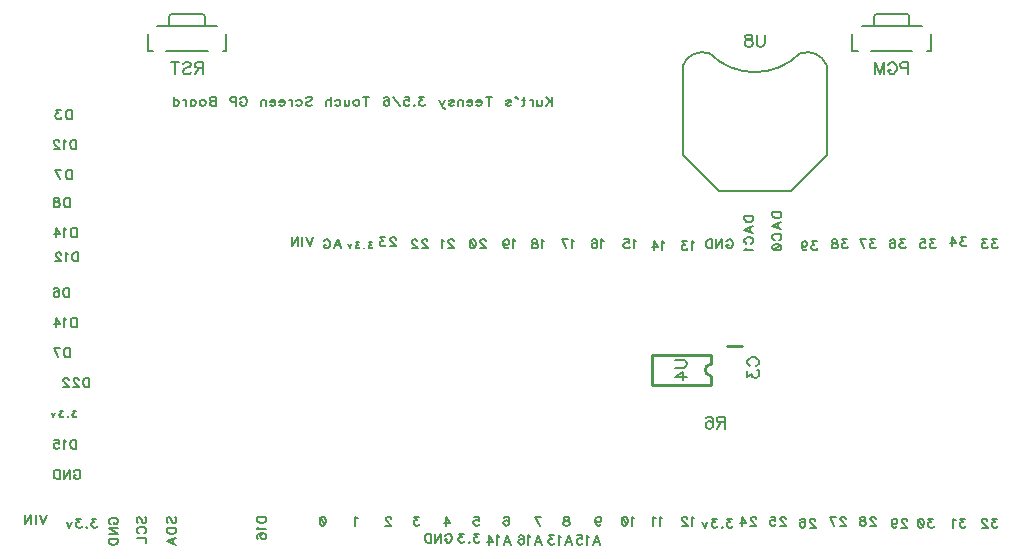
<source format=gbo>
G04 DipTrace 3.2.0.1*
G04 Teensy3.6TouchDisplayLoRaV03.gbo*
%MOIN*%
G04 #@! TF.FileFunction,Legend,Bot*
G04 #@! TF.Part,Single*
%ADD10C,0.009843*%
%ADD41C,0.005*%
%ADD116C,0.006176*%
%ADD117C,0.007*%
%FSLAX26Y26*%
G04*
G70*
G90*
G75*
G01*
G04 BotSilk*
%LPD*%
X2844272Y1247462D2*
D10*
X2793130D1*
X3243711Y2313703D2*
D41*
X3443712D1*
X3474946Y2288698D2*
Y2232456D1*
X3462446D1*
X3412446D2*
X3274977D1*
X3284699Y2315702D2*
Y2345705D1*
G02X3294712Y2355701I10011J-16D01*
G01*
X3392711D1*
G02X3402724Y2345705I2J-10012D01*
G01*
Y2315702D1*
X3231211Y2232456D2*
X3212477D1*
Y2288698D1*
X894877Y2313703D2*
X1094879D1*
X1126113Y2288698D2*
Y2232456D1*
X1113613D1*
X1063613D2*
X926144D1*
X935866Y2315702D2*
Y2345705D1*
G02X945879Y2355701I10011J-16D01*
G01*
X1043877D1*
G02X1053890Y2345705I2J-10012D01*
G01*
Y2315702D1*
X882377Y2232456D2*
X863643D1*
Y2288698D1*
X2742128Y1117513D2*
D10*
X2545274D1*
X2742128Y1219889D2*
X2545274D1*
Y1117513D2*
Y1219889D1*
X2742128Y1149007D2*
Y1117513D1*
Y1188395D2*
Y1219889D1*
Y1149007D2*
G02X2742128Y1188395I9J19694D01*
G01*
X3127459Y2183672D2*
D41*
G03X3037435Y2223692I-65029J-25019D01*
G01*
X2737479D2*
G03X2647455Y2183672I-24995J-65039D01*
G01*
Y1883706D1*
X2767487Y1763692D1*
X3007427D1*
X3127459Y1883706D1*
Y2183672D1*
X2737479Y2223692D2*
G03X3037435Y2223692I149978J149899D01*
G01*
X2871346Y1181811D2*
D116*
X2867544Y1183712D1*
X2863697Y1187559D1*
X2861796Y1191361D1*
Y1199011D1*
X2863697Y1202857D1*
X2867544Y1206660D1*
X2871346Y1208605D1*
X2877094Y1210507D1*
X2886689D1*
X2892393Y1208605D1*
X2896240Y1206660D1*
X2900042Y1202857D1*
X2901988Y1199010D1*
Y1191361D1*
X2900042Y1187559D1*
X2896240Y1183712D1*
X2892393Y1181811D1*
X2861840Y1165613D2*
Y1144610D1*
X2877138Y1156062D1*
Y1150314D1*
X2879040Y1146511D1*
X2880941Y1144610D1*
X2886689Y1142665D1*
X2890491D1*
X2896239Y1144610D1*
X2900086Y1148413D1*
X2901988Y1154161D1*
Y1159909D1*
X2900086Y1165612D1*
X2898141Y1167514D1*
X2894338Y1169459D1*
X3399107Y2174087D2*
X3381863D1*
X3376159Y2175989D1*
X3374213Y2177934D1*
X3372312Y2181737D1*
Y2187485D1*
X3374213Y2191287D1*
X3376159Y2193233D1*
X3381863Y2195134D1*
X3399107D1*
Y2154942D1*
X3331265Y2185583D2*
X3333166Y2189386D1*
X3337013Y2193233D1*
X3340815Y2195134D1*
X3348465D1*
X3352311Y2193233D1*
X3356114Y2189386D1*
X3358059Y2185583D1*
X3359961Y2179835D1*
Y2170241D1*
X3358059Y2164537D1*
X3356114Y2160690D1*
X3352311Y2156888D1*
X3348465Y2154942D1*
X3340815D1*
X3337013Y2156888D1*
X3333166Y2160690D1*
X3331265Y2164537D1*
Y2170241D1*
X3340815D1*
X3288316Y2154942D2*
Y2195134D1*
X3303615Y2154942D1*
X3318913Y2195134D1*
Y2154942D1*
X2787856Y993856D2*
X2770656D1*
X2764908Y995801D1*
X2762963Y997703D1*
X2761061Y1001505D1*
Y1005352D1*
X2762963Y1009154D1*
X2764908Y1011100D1*
X2770656Y1013001D1*
X2787856D1*
Y972809D1*
X2774459Y993856D2*
X2761061Y972809D1*
X2725762Y1007253D2*
X2727663Y1011056D1*
X2733411Y1012957D1*
X2737214D1*
X2742962Y1011056D1*
X2746809Y1005308D1*
X2748710Y995757D1*
Y986207D1*
X2746809Y978557D1*
X2742962Y974711D1*
X2737214Y972809D1*
X2735313D1*
X2729609Y974711D1*
X2725762Y978557D1*
X2723861Y984305D1*
Y986207D1*
X2725762Y991955D1*
X2729609Y995757D1*
X2735313Y997658D1*
X2737214D1*
X2742962Y995757D1*
X2746809Y991955D1*
X2748710Y986207D1*
X1047422Y2175989D2*
X1030222D1*
X1024474Y2177934D1*
X1022528Y2179835D1*
X1020627Y2183638D1*
Y2187485D1*
X1022528Y2191287D1*
X1024474Y2193233D1*
X1030222Y2195134D1*
X1047422D1*
Y2154942D1*
X1034024Y2175989D2*
X1020627Y2154942D1*
X981481Y2189386D2*
X985283Y2193233D1*
X991031Y2195134D1*
X998681D1*
X1004429Y2193233D1*
X1008276Y2189386D1*
Y2185583D1*
X1006330Y2181737D1*
X1004429Y2179835D1*
X1000626Y2177934D1*
X989130Y2174087D1*
X985283Y2172186D1*
X983382Y2170241D1*
X981481Y2166438D1*
Y2160690D1*
X985283Y2156888D1*
X991031Y2154942D1*
X998681D1*
X1004429Y2156888D1*
X1008276Y2160690D1*
X955732Y2195134D2*
Y2154942D1*
X969129Y2195134D2*
X942335D1*
X2621195Y1202622D2*
X2649891D1*
X2655639Y1200721D1*
X2659442Y1196874D1*
X2661387Y1191126D1*
Y1187323D1*
X2659442Y1181575D1*
X2655639Y1177729D1*
X2649891Y1175827D1*
X2621195D1*
X2661387Y1144331D2*
X2621239D1*
X2647990Y1163476D1*
Y1134780D1*
X2920405Y2286908D2*
Y2258212D1*
X2918504Y2252464D1*
X2914657Y2248661D1*
X2908909Y2246716D1*
X2905107D1*
X2899359Y2248661D1*
X2895512Y2252464D1*
X2893610Y2258212D1*
Y2286908D1*
X2871709Y2286864D2*
X2877412Y2284962D1*
X2879358Y2281160D1*
Y2277313D1*
X2877412Y2273511D1*
X2873610Y2271565D1*
X2865960Y2269664D1*
X2860212Y2267763D1*
X2856410Y2263916D1*
X2854509Y2260113D1*
Y2254365D1*
X2856410Y2250563D1*
X2858311Y2248617D1*
X2864059Y2246716D1*
X2871709D1*
X2877412Y2248617D1*
X2879358Y2250563D1*
X2881259Y2254365D1*
Y2260113D1*
X2879358Y2263916D1*
X2875511Y2267763D1*
X2869807Y2269664D1*
X2862158Y2271565D1*
X2858311Y2273511D1*
X2856410Y2277313D1*
Y2281160D1*
X2858311Y2284962D1*
X2864059Y2286864D1*
X2871709D1*
X2212059Y2079414D2*
D117*
Y2049270D1*
X2191963Y2079414D2*
X2212059Y2059318D1*
X2204896Y2066514D2*
X2191963Y2049270D1*
X2177963Y2069366D2*
Y2055007D1*
X2176537Y2050729D1*
X2173652Y2049270D1*
X2169341D1*
X2166489Y2050729D1*
X2162178Y2055007D1*
Y2069366D2*
Y2049270D1*
X2148178Y2069366D2*
Y2049270D1*
Y2060744D2*
X2146719Y2065055D1*
X2143867Y2067940D1*
X2140982Y2069366D1*
X2136671D1*
X2118360Y2079414D2*
Y2055007D1*
X2116934Y2050729D1*
X2114049Y2049270D1*
X2111197D1*
X2122671Y2069366D2*
X2112623D1*
X2090001Y2079381D2*
X2097197Y2070759D1*
X2088575Y2077955D1*
X2090001Y2079381D1*
X2058790Y2065055D2*
X2060216Y2067940D1*
X2064527Y2069366D1*
X2068838D1*
X2073149Y2067940D1*
X2074575Y2065055D1*
X2073149Y2062203D1*
X2070264Y2060744D1*
X2063101Y2059318D1*
X2060216Y2057892D1*
X2058790Y2055007D1*
Y2053581D1*
X2060216Y2050729D1*
X2064527Y2049270D1*
X2068838D1*
X2073149Y2050729D1*
X2074575Y2053581D1*
X2000845Y2079414D2*
Y2049270D1*
X2010893Y2079414D2*
X1990797D1*
X1976797Y2060744D2*
X1959586D1*
Y2063629D1*
X1961012Y2066514D1*
X1962438Y2067940D1*
X1965323Y2069366D1*
X1969634D1*
X1972486Y2067940D1*
X1975371Y2065055D1*
X1976797Y2060744D1*
Y2057892D1*
X1975371Y2053581D1*
X1972486Y2050729D1*
X1969634Y2049270D1*
X1965323D1*
X1962438Y2050729D1*
X1959586Y2053581D1*
X1945586Y2060744D2*
X1928375D1*
Y2063629D1*
X1929801Y2066514D1*
X1931227Y2067940D1*
X1934112Y2069366D1*
X1938423D1*
X1941275Y2067940D1*
X1944160Y2065055D1*
X1945586Y2060744D1*
Y2057892D1*
X1944160Y2053581D1*
X1941275Y2050729D1*
X1938423Y2049270D1*
X1934112D1*
X1931227Y2050729D1*
X1928375Y2053581D1*
X1914375Y2069366D2*
Y2049270D1*
Y2063629D2*
X1910064Y2067940D1*
X1907179Y2069366D1*
X1902901D1*
X1900016Y2067940D1*
X1898590Y2063629D1*
Y2049270D1*
X1868805Y2065055D2*
X1870231Y2067940D1*
X1874542Y2069366D1*
X1878853D1*
X1883164Y2067940D1*
X1884590Y2065055D1*
X1883164Y2062203D1*
X1880279Y2060744D1*
X1873116Y2059318D1*
X1870231Y2057892D1*
X1868805Y2055007D1*
Y2053581D1*
X1870231Y2050729D1*
X1874542Y2049270D1*
X1878853D1*
X1883164Y2050729D1*
X1884590Y2053581D1*
X1853346Y2069366D2*
X1844757Y2049270D1*
X1847609Y2043533D1*
X1850494Y2040648D1*
X1853346Y2039222D1*
X1854805D1*
X1836135Y2069366D2*
X1844757Y2049270D1*
X1785353Y2079381D2*
X1769601D1*
X1778190Y2067907D1*
X1773879D1*
X1771027Y2066481D1*
X1769601Y2065055D1*
X1768142Y2060744D1*
Y2057892D1*
X1769601Y2053581D1*
X1772453Y2050696D1*
X1776764Y2049270D1*
X1781075D1*
X1785353Y2050696D1*
X1786779Y2052155D1*
X1788238Y2055007D1*
X1752716Y2052155D2*
X1754142Y2050696D1*
X1752716Y2049270D1*
X1751257Y2050696D1*
X1752716Y2052155D1*
X1720046Y2079381D2*
X1734372D1*
X1735798Y2066481D1*
X1734372Y2067907D1*
X1730061Y2069366D1*
X1725783D1*
X1721472Y2067907D1*
X1718587Y2065055D1*
X1717161Y2060744D1*
Y2057892D1*
X1718587Y2053581D1*
X1721472Y2050696D1*
X1725783Y2049270D1*
X1730061D1*
X1734372Y2050696D1*
X1735798Y2052155D1*
X1737257Y2055007D1*
X1703161Y2049270D2*
X1683065Y2079381D1*
X1651854Y2075103D2*
X1653280Y2077955D1*
X1657591Y2079381D1*
X1660443D1*
X1664754Y2077955D1*
X1667639Y2073644D1*
X1669065Y2066481D1*
Y2059318D1*
X1667639Y2053581D1*
X1664754Y2050696D1*
X1660443Y2049270D1*
X1659017D1*
X1654739Y2050696D1*
X1651854Y2053581D1*
X1650428Y2057892D1*
Y2059318D1*
X1651854Y2063629D1*
X1654739Y2066481D1*
X1659017Y2067907D1*
X1660443D1*
X1664754Y2066481D1*
X1667639Y2063629D1*
X1669065Y2059318D1*
X1592483Y2079414D2*
Y2049270D1*
X1602531Y2079414D2*
X1582435D1*
X1561272Y2069366D2*
X1564124Y2067940D1*
X1567009Y2065055D1*
X1568435Y2060744D1*
Y2057892D1*
X1567009Y2053581D1*
X1564124Y2050729D1*
X1561272Y2049270D1*
X1556961D1*
X1554076Y2050729D1*
X1551224Y2053581D1*
X1549765Y2057892D1*
Y2060744D1*
X1551224Y2065055D1*
X1554076Y2067940D1*
X1556961Y2069366D1*
X1561272D1*
X1535765D2*
Y2055007D1*
X1534339Y2050729D1*
X1531454Y2049270D1*
X1527143D1*
X1524291Y2050729D1*
X1519980Y2055007D1*
Y2069366D2*
Y2049270D1*
X1488736Y2065055D2*
X1491621Y2067940D1*
X1494506Y2069366D1*
X1498784D1*
X1501669Y2067940D1*
X1504521Y2065055D1*
X1505980Y2060744D1*
Y2057892D1*
X1504521Y2053581D1*
X1501669Y2050729D1*
X1498784Y2049270D1*
X1494506D1*
X1491621Y2050729D1*
X1488736Y2053581D1*
X1474736Y2079414D2*
Y2049270D1*
Y2063629D2*
X1470425Y2067940D1*
X1467540Y2069366D1*
X1463229D1*
X1460377Y2067940D1*
X1458951Y2063629D1*
Y2049270D1*
X1390958Y2075103D2*
X1393810Y2077988D1*
X1398121Y2079414D1*
X1403858D1*
X1408169Y2077988D1*
X1411054Y2075103D1*
Y2072251D1*
X1409595Y2069366D1*
X1408169Y2067940D1*
X1405317Y2066514D1*
X1396695Y2063629D1*
X1393810Y2062203D1*
X1392384Y2060744D1*
X1390958Y2057892D1*
Y2053581D1*
X1393810Y2050729D1*
X1398121Y2049270D1*
X1403858D1*
X1408169Y2050729D1*
X1411054Y2053581D1*
X1359714Y2065055D2*
X1362599Y2067940D1*
X1365484Y2069366D1*
X1369762D1*
X1372647Y2067940D1*
X1375499Y2065055D1*
X1376958Y2060744D1*
Y2057892D1*
X1375499Y2053581D1*
X1372647Y2050729D1*
X1369762Y2049270D1*
X1365484D1*
X1362599Y2050729D1*
X1359714Y2053581D1*
X1345714Y2069366D2*
Y2049270D1*
Y2060744D2*
X1344255Y2065055D1*
X1341403Y2067940D1*
X1338518Y2069366D1*
X1334207D1*
X1320207Y2060744D2*
X1302996D1*
Y2063629D1*
X1304422Y2066514D1*
X1305847Y2067940D1*
X1308733Y2069366D1*
X1313044D1*
X1315895Y2067940D1*
X1318781Y2065055D1*
X1320207Y2060744D1*
Y2057892D1*
X1318781Y2053581D1*
X1315895Y2050729D1*
X1313044Y2049270D1*
X1308733D1*
X1305847Y2050729D1*
X1302996Y2053581D1*
X1288996Y2060744D2*
X1271785D1*
Y2063629D1*
X1273211Y2066514D1*
X1274637Y2067940D1*
X1277522Y2069366D1*
X1281833D1*
X1284685Y2067940D1*
X1287570Y2065055D1*
X1288996Y2060744D1*
Y2057892D1*
X1287570Y2053581D1*
X1284685Y2050729D1*
X1281833Y2049270D1*
X1277522D1*
X1274637Y2050729D1*
X1271785Y2053581D1*
X1257785Y2069366D2*
Y2049270D1*
Y2063629D2*
X1253474Y2067940D1*
X1250589Y2069366D1*
X1246311D1*
X1243426Y2067940D1*
X1242000Y2063629D1*
Y2049270D1*
X1172581Y2072251D2*
X1174007Y2075103D1*
X1176892Y2077988D1*
X1179744Y2079414D1*
X1185481D1*
X1188366Y2077988D1*
X1191218Y2075103D1*
X1192677Y2072251D1*
X1194103Y2067940D1*
Y2060744D1*
X1192677Y2056466D1*
X1191218Y2053581D1*
X1188366Y2050729D1*
X1185481Y2049270D1*
X1179744D1*
X1176892Y2050729D1*
X1174007Y2053581D1*
X1172581Y2056466D1*
Y2060744D1*
X1179744D1*
X1158581Y2063629D2*
X1145648D1*
X1141370Y2065055D1*
X1139911Y2066514D1*
X1138485Y2069366D1*
Y2073677D1*
X1139911Y2076529D1*
X1141370Y2077988D1*
X1145648Y2079414D1*
X1158581D1*
Y2049270D1*
X1090588Y2079414D2*
Y2049270D1*
X1077655D1*
X1073344Y2050729D1*
X1071918Y2052155D1*
X1070492Y2055007D1*
Y2059318D1*
X1071918Y2062203D1*
X1073344Y2063629D1*
X1077655Y2065055D1*
X1073344Y2066514D1*
X1071918Y2067940D1*
X1070492Y2070792D1*
Y2073677D1*
X1071918Y2076529D1*
X1073344Y2077988D1*
X1077655Y2079414D1*
X1090588D1*
Y2065055D2*
X1077655D1*
X1049329Y2069366D2*
X1052181Y2067940D1*
X1055066Y2065055D1*
X1056492Y2060744D1*
Y2057892D1*
X1055066Y2053581D1*
X1052181Y2050729D1*
X1049329Y2049270D1*
X1045018D1*
X1042133Y2050729D1*
X1039281Y2053581D1*
X1037822Y2057892D1*
Y2060744D1*
X1039281Y2065055D1*
X1042133Y2067940D1*
X1045018Y2069366D1*
X1049329D1*
X1006611D2*
Y2049270D1*
Y2065055D2*
X1009463Y2067940D1*
X1012348Y2069366D1*
X1016625D1*
X1019511Y2067940D1*
X1022362Y2065055D1*
X1023822Y2060744D1*
Y2057892D1*
X1022362Y2053581D1*
X1019511Y2050729D1*
X1016625Y2049270D1*
X1012348D1*
X1009463Y2050729D1*
X1006611Y2053581D1*
X992611Y2069366D2*
Y2049270D1*
Y2060744D2*
X991152Y2065055D1*
X988300Y2067940D1*
X985415Y2069366D1*
X981104D1*
X949893Y2079414D2*
Y2049270D1*
Y2065055D2*
X952745Y2067940D1*
X955630Y2069366D1*
X959941D1*
X962793Y2067940D1*
X965678Y2065055D1*
X967104Y2060744D1*
Y2057892D1*
X965678Y2053581D1*
X962793Y2050729D1*
X959941Y2049270D1*
X955630D1*
X952745Y2050729D1*
X949893Y2053581D1*
X1448815Y679528D2*
X1453126Y678102D1*
X1456011Y673791D1*
X1457437Y666628D1*
Y662317D1*
X1456011Y655154D1*
X1453126Y650843D1*
X1448815Y649417D1*
X1445963D1*
X1441652Y650843D1*
X1438801Y655154D1*
X1437341Y662317D1*
Y666628D1*
X1438801Y673791D1*
X1441652Y678102D1*
X1445963Y679528D1*
X1448815D1*
X1438801Y673791D2*
X1456011Y655154D1*
X1563275Y673791D2*
X1560390Y675250D1*
X1556079Y679528D1*
Y649417D1*
X1674705Y672365D2*
Y673791D1*
X1673279Y676676D1*
X1671853Y678102D1*
X1668968Y679528D1*
X1663231D1*
X1660379Y678102D1*
X1658954Y676676D1*
X1657494Y673791D1*
Y670939D1*
X1658954Y668054D1*
X1661805Y663776D1*
X1676164Y649417D1*
X1656068D1*
X1767020Y679528D2*
X1751268D1*
X1759857Y668054D1*
X1755546D1*
X1752694Y666628D1*
X1751268Y665202D1*
X1749809Y660891D1*
Y658039D1*
X1751268Y653728D1*
X1754120Y650843D1*
X1758431Y649417D1*
X1762742D1*
X1767020Y650843D1*
X1768445Y652302D1*
X1769905Y655154D1*
X1856961Y649417D2*
Y679528D1*
X1871320Y659465D1*
X1849798D1*
X1952673Y679528D2*
X1966999D1*
X1968425Y666628D1*
X1966999Y668054D1*
X1962688Y669513D1*
X1958410D1*
X1954099Y668054D1*
X1951214Y665202D1*
X1949788Y660891D1*
Y658039D1*
X1951214Y653728D1*
X1954099Y650843D1*
X1958410Y649417D1*
X1962688D1*
X1966999Y650843D1*
X1968425Y652302D1*
X1969884Y655154D1*
X2051203Y675250D2*
X2052629Y678102D1*
X2056940Y679528D1*
X2059792D1*
X2064103Y678102D1*
X2066988Y673791D1*
X2068414Y666628D1*
Y659465D1*
X2066988Y653728D1*
X2064103Y650843D1*
X2059792Y649417D1*
X2058366D1*
X2054088Y650843D1*
X2051203Y653728D1*
X2049777Y658039D1*
Y659465D1*
X2051203Y663776D1*
X2054088Y666628D1*
X2058366Y668054D1*
X2059792D1*
X2064103Y666628D1*
X2066988Y663776D1*
X2068414Y659465D1*
X2170375Y649417D2*
X2156016Y679528D1*
X2176112D1*
X2262656D2*
X2266934Y678102D1*
X2268393Y675250D1*
Y672365D1*
X2266934Y669513D1*
X2264082Y668054D1*
X2258345Y666628D1*
X2254034Y665202D1*
X2251182Y662317D1*
X2249756Y659465D1*
Y655154D1*
X2251182Y652302D1*
X2252608Y650843D1*
X2256919Y649417D1*
X2262656D1*
X2266934Y650843D1*
X2268393Y652302D1*
X2269819Y655154D1*
Y659465D1*
X2268393Y662317D1*
X2265508Y665202D1*
X2261230Y666628D1*
X2255493Y668054D1*
X2252608Y669513D1*
X2251182Y672365D1*
Y675250D1*
X2252608Y678102D1*
X2256919Y679528D1*
X2262656D1*
X2355995Y669513D2*
X2357454Y665202D1*
X2360306Y662317D1*
X2364617Y660891D1*
X2366043D1*
X2370354Y662317D1*
X2373206Y665202D1*
X2374665Y669513D1*
Y670939D1*
X2373206Y675250D1*
X2370354Y678102D1*
X2366043Y679528D1*
X2364617D1*
X2360306Y678102D1*
X2357454Y675250D1*
X2355995Y669513D1*
Y662317D1*
X2357454Y655154D1*
X2360306Y650843D1*
X2364617Y649417D1*
X2367469D1*
X2371780Y650843D1*
X2373206Y653728D1*
X2484778Y673791D2*
X2481893Y675250D1*
X2477582Y679528D1*
Y649417D1*
X2454960Y679528D2*
X2459271Y678102D1*
X2462156Y673791D1*
X2463582Y666628D1*
Y662317D1*
X2462156Y655154D1*
X2459271Y650843D1*
X2454960Y649417D1*
X2452108D1*
X2447797Y650843D1*
X2444945Y655154D1*
X2443486Y662317D1*
Y666628D1*
X2444945Y673791D1*
X2447797Y678102D1*
X2452108Y679528D1*
X2454960D1*
X2444945Y673791D2*
X2462156Y655154D1*
X2578117Y673791D2*
X2575232Y675250D1*
X2570921Y679528D1*
Y649417D1*
X2556921Y673791D2*
X2554036Y675250D1*
X2549725Y679528D1*
Y649417D1*
X2684757Y673791D2*
X2681872Y675250D1*
X2677561Y679528D1*
Y649417D1*
X2662102Y672365D2*
Y673791D1*
X2660676Y676676D1*
X2659250Y678102D1*
X2656365Y679528D1*
X2650628D1*
X2647776Y678102D1*
X2646350Y676676D1*
X2644891Y673791D1*
Y670939D1*
X2646350Y668054D1*
X2649202Y663776D1*
X2663561Y649417D1*
X2643465D1*
X2811610Y673278D2*
X2795859D1*
X2804448Y661804D1*
X2800137D1*
X2797285Y660378D1*
X2795859Y658952D1*
X2794400Y654641D1*
Y651790D1*
X2795859Y647479D1*
X2798711Y644593D1*
X2803022Y643167D1*
X2807333D1*
X2811610Y644593D1*
X2813036Y646053D1*
X2814496Y648904D1*
X2778974Y646053D2*
X2780400Y644593D1*
X2778974Y643167D1*
X2777514Y644593D1*
X2778974Y646053D1*
X2760629Y673278D2*
X2744878D1*
X2753466Y661804D1*
X2749155D1*
X2746304Y660378D1*
X2744878Y658952D1*
X2743418Y654641D1*
Y651790D1*
X2744878Y647479D1*
X2747730Y644593D1*
X2752041Y643167D1*
X2756352D1*
X2760629Y644593D1*
X2762055Y646053D1*
X2763514Y648904D1*
X2729418Y663263D2*
X2720796Y643167D1*
X2712208Y663263D1*
X2891353Y672365D2*
Y673791D1*
X2889927Y676676D1*
X2888501Y678102D1*
X2885616Y679528D1*
X2879879D1*
X2877027Y678102D1*
X2875601Y676676D1*
X2874142Y673791D1*
Y670939D1*
X2875601Y668054D1*
X2878453Y663776D1*
X2892812Y649417D1*
X2872716D1*
X2844357D2*
Y679528D1*
X2858716Y659465D1*
X2837194D1*
X2989917Y672365D2*
Y673791D1*
X2988491Y676676D1*
X2987065Y678102D1*
X2984180Y679528D1*
X2978443D1*
X2975591Y678102D1*
X2974165Y676676D1*
X2972706Y673791D1*
Y670939D1*
X2974165Y668054D1*
X2977017Y663776D1*
X2991376Y649417D1*
X2971280D1*
X2940069Y679528D2*
X2954395D1*
X2955821Y666628D1*
X2954395Y668054D1*
X2950084Y669513D1*
X2945806D1*
X2941495Y668054D1*
X2938610Y665202D1*
X2937184Y660891D1*
Y658039D1*
X2938610Y653728D1*
X2941495Y650843D1*
X2945806Y649417D1*
X2950084D1*
X2954395Y650843D1*
X2955821Y652302D1*
X2957280Y655154D1*
X3088447Y666115D2*
Y667541D1*
X3087021Y670426D1*
X3085595Y671852D1*
X3082710Y673278D1*
X3076973D1*
X3074121Y671852D1*
X3072695Y670426D1*
X3071236Y667541D1*
Y664689D1*
X3072695Y661804D1*
X3075547Y657527D1*
X3089906Y643167D1*
X3069810D1*
X3038599Y669000D2*
X3040025Y671852D1*
X3044336Y673278D1*
X3047188D1*
X3051499Y671852D1*
X3054384Y667541D1*
X3055810Y660378D1*
Y653215D1*
X3054384Y647479D1*
X3051499Y644593D1*
X3047188Y643167D1*
X3045762D1*
X3041484Y644593D1*
X3038599Y647479D1*
X3037173Y651790D1*
Y653215D1*
X3038599Y657527D1*
X3041484Y660378D1*
X3045762Y661804D1*
X3047188D1*
X3051499Y660378D1*
X3054384Y657527D1*
X3055810Y653215D1*
X3189896Y672365D2*
Y673791D1*
X3188470Y676676D1*
X3187044Y678102D1*
X3184159Y679528D1*
X3178422D1*
X3175570Y678102D1*
X3174144Y676676D1*
X3172685Y673791D1*
Y670939D1*
X3174144Y668054D1*
X3176996Y663776D1*
X3191355Y649417D1*
X3171259D1*
X3151522D2*
X3137163Y679528D1*
X3157259D1*
X2684757Y1592444D2*
X2681872Y1593903D1*
X2677561Y1598181D1*
Y1568070D1*
X2660676Y1598181D2*
X2644924D1*
X2653513Y1586707D1*
X2649202D1*
X2646350Y1585281D1*
X2644924Y1583855D1*
X2643465Y1579544D1*
Y1576692D1*
X2644924Y1572381D1*
X2647776Y1569496D1*
X2652087Y1568070D1*
X2656398D1*
X2660676Y1569496D1*
X2662102Y1570955D1*
X2663561Y1573807D1*
X2586193Y1592444D2*
X2583308Y1593903D1*
X2578997Y1598181D1*
Y1568070D1*
X2550638D2*
Y1598181D1*
X2564997Y1578118D1*
X2543475D1*
X2491027Y1598694D2*
X2488142Y1600153D1*
X2483831Y1604431D1*
Y1574320D1*
X2452620Y1604431D2*
X2466946D1*
X2468372Y1591531D1*
X2466946Y1592957D1*
X2462635Y1594416D1*
X2458357D1*
X2454046Y1592957D1*
X2451161Y1590105D1*
X2449735Y1585794D1*
Y1582942D1*
X2451161Y1578631D1*
X2454046Y1575746D1*
X2458357Y1574320D1*
X2462635D1*
X2466946Y1575746D1*
X2468372Y1577205D1*
X2469831Y1580057D1*
X2383329Y1598694D2*
X2380444Y1600153D1*
X2376133Y1604431D1*
Y1574320D1*
X2344922Y1600153D2*
X2346348Y1603005D1*
X2350659Y1604431D1*
X2353511D1*
X2357822Y1603005D1*
X2360707Y1598694D1*
X2362133Y1591531D1*
Y1584368D1*
X2360707Y1578631D1*
X2357822Y1575746D1*
X2353511Y1574320D1*
X2352085D1*
X2347807Y1575746D1*
X2344922Y1578631D1*
X2343496Y1582942D1*
Y1584368D1*
X2344922Y1588679D1*
X2347807Y1591531D1*
X2352085Y1592957D1*
X2353511D1*
X2357822Y1591531D1*
X2360707Y1588679D1*
X2362133Y1584368D1*
X2284799Y1598694D2*
X2281914Y1600153D1*
X2277603Y1604431D1*
Y1574320D1*
X2257866D2*
X2243507Y1604431D1*
X2263603D1*
X2184776Y1598694D2*
X2181891Y1600153D1*
X2177580Y1604431D1*
Y1574320D1*
X2156417Y1604431D2*
X2160695Y1603005D1*
X2162154Y1600153D1*
Y1597268D1*
X2160695Y1594416D1*
X2157843Y1592957D1*
X2152106Y1591531D1*
X2147795Y1590105D1*
X2144943Y1587220D1*
X2143517Y1584368D1*
Y1580057D1*
X2144943Y1577205D1*
X2146369Y1575746D1*
X2150680Y1574320D1*
X2156417D1*
X2160695Y1575746D1*
X2162154Y1577205D1*
X2163580Y1580057D1*
Y1584368D1*
X2162154Y1587220D1*
X2159269Y1590105D1*
X2154991Y1591531D1*
X2149254Y1592957D1*
X2146369Y1594416D1*
X2144943Y1597268D1*
Y1600153D1*
X2146369Y1603005D1*
X2150680Y1604431D1*
X2156417D1*
X2089643Y1598694D2*
X2086758Y1600153D1*
X2082447Y1604431D1*
Y1574320D1*
X2049777Y1594416D2*
X2051236Y1590105D1*
X2054088Y1587220D1*
X2058399Y1585794D1*
X2059825D1*
X2064136Y1587220D1*
X2066988Y1590105D1*
X2068447Y1594416D1*
Y1595842D1*
X2066988Y1600153D1*
X2064136Y1603005D1*
X2059825Y1604431D1*
X2058399D1*
X2054088Y1603005D1*
X2051236Y1600153D1*
X2049777Y1594416D1*
Y1587220D1*
X2051236Y1580057D1*
X2054088Y1575746D1*
X2058399Y1574320D1*
X2061251D1*
X2065562Y1575746D1*
X2066988Y1578631D1*
X1990022Y1597268D2*
Y1598694D1*
X1988596Y1601579D1*
X1987170Y1603005D1*
X1984285Y1604431D1*
X1978548D1*
X1975696Y1603005D1*
X1974270Y1601579D1*
X1972811Y1598694D1*
Y1595842D1*
X1974270Y1592957D1*
X1977122Y1588679D1*
X1991481Y1574320D1*
X1971385D1*
X1948763Y1604431D2*
X1953074Y1603005D1*
X1955959Y1598694D1*
X1957385Y1591531D1*
Y1587220D1*
X1955959Y1580057D1*
X1953074Y1575746D1*
X1948763Y1574320D1*
X1945911D1*
X1941600Y1575746D1*
X1938748Y1580057D1*
X1937289Y1587220D1*
Y1591531D1*
X1938748Y1598694D1*
X1941600Y1603005D1*
X1945911Y1604431D1*
X1948763D1*
X1938748Y1598694D2*
X1955959Y1580057D1*
X1883382Y1597268D2*
Y1598694D1*
X1881956Y1601579D1*
X1880530Y1603005D1*
X1877645Y1604431D1*
X1871908D1*
X1869056Y1603005D1*
X1867630Y1601579D1*
X1866171Y1598694D1*
Y1595842D1*
X1867630Y1592957D1*
X1870482Y1588679D1*
X1884841Y1574320D1*
X1864745D1*
X1850745Y1598694D2*
X1847860Y1600153D1*
X1843549Y1604431D1*
Y1574320D1*
X1796292Y1597268D2*
Y1598694D1*
X1794866Y1601579D1*
X1793440Y1603005D1*
X1790555Y1604431D1*
X1784818D1*
X1781966Y1603005D1*
X1780540Y1601579D1*
X1779081Y1598694D1*
Y1595842D1*
X1780540Y1592957D1*
X1783392Y1588679D1*
X1797751Y1574320D1*
X1777655D1*
X1762196Y1597268D2*
Y1598694D1*
X1760770Y1601579D1*
X1759344Y1603005D1*
X1756459Y1604431D1*
X1750722D1*
X1747870Y1603005D1*
X1746444Y1601579D1*
X1744985Y1598694D1*
Y1595842D1*
X1746444Y1592957D1*
X1749296Y1588679D1*
X1763655Y1574320D1*
X1743559D1*
X2792898Y1597301D2*
X2794324Y1600153D1*
X2797209Y1603038D1*
X2800061Y1604464D1*
X2805798D1*
X2808683Y1603038D1*
X2811535Y1600153D1*
X2812994Y1597301D1*
X2814420Y1592990D1*
Y1585794D1*
X2812994Y1581516D1*
X2811535Y1578631D1*
X2808683Y1575779D1*
X2805798Y1574320D1*
X2800061D1*
X2797209Y1575779D1*
X2794324Y1578631D1*
X2792898Y1581516D1*
Y1585794D1*
X2800061D1*
X2758802Y1604464D2*
Y1574320D1*
X2778898Y1604464D1*
Y1574320D1*
X2744802Y1604464D2*
Y1574320D1*
X2734754D1*
X2730443Y1575779D1*
X2727558Y1578631D1*
X2726132Y1581516D1*
X2724706Y1585794D1*
Y1592990D1*
X2726132Y1597301D1*
X2727558Y1600153D1*
X2730443Y1603038D1*
X2734754Y1604464D1*
X2744802D1*
X2946156Y1694677D2*
X2976300D1*
Y1684629D1*
X2974841Y1680318D1*
X2971989Y1677433D1*
X2969104Y1676007D1*
X2964826Y1674581D1*
X2957630D1*
X2953319Y1676007D1*
X2950467Y1677433D1*
X2947582Y1680318D1*
X2946156Y1684629D1*
Y1694677D1*
X2976300Y1637600D2*
X2946156Y1649107D1*
X2976300Y1660581D1*
X2966252Y1656270D2*
Y1641911D1*
X2953319Y1602078D2*
X2950467Y1603504D1*
X2947582Y1606389D1*
X2946156Y1609241D1*
Y1614978D1*
X2947582Y1617863D1*
X2950467Y1620715D1*
X2953319Y1622174D1*
X2957630Y1623600D1*
X2964826D1*
X2969104Y1622174D1*
X2971989Y1620715D1*
X2974841Y1617863D1*
X2976300Y1614978D1*
Y1609241D1*
X2974841Y1606389D1*
X2971989Y1603504D1*
X2969104Y1602078D1*
X2946189Y1579456D2*
X2947615Y1583767D1*
X2951926Y1586652D1*
X2959089Y1588078D1*
X2963400D1*
X2970563Y1586652D1*
X2974874Y1583767D1*
X2976300Y1579456D1*
Y1576604D1*
X2974874Y1572293D1*
X2970563Y1569441D1*
X2963400Y1567982D1*
X2959089D1*
X2951926Y1569441D1*
X2947615Y1572293D1*
X2946189Y1576604D1*
Y1579456D1*
X2951926Y1569441D2*
X2970563Y1586652D1*
X2852215Y1681978D2*
X2882359D1*
Y1671930D1*
X2880900Y1667619D1*
X2878048Y1664734D1*
X2875163Y1663308D1*
X2870885Y1661882D1*
X2863689D1*
X2859378Y1663308D1*
X2856526Y1664734D1*
X2853641Y1667619D1*
X2852215Y1671930D1*
Y1681978D1*
X2882359Y1624901D2*
X2852215Y1636408D1*
X2882359Y1647882D1*
X2872311Y1643571D2*
Y1629212D1*
X2859378Y1589379D2*
X2856526Y1590805D1*
X2853641Y1593690D1*
X2852215Y1596542D1*
Y1602279D1*
X2853641Y1605164D1*
X2856526Y1608016D1*
X2859378Y1609475D1*
X2863689Y1610901D1*
X2870885D1*
X2875163Y1609475D1*
X2878048Y1608016D1*
X2880900Y1605164D1*
X2882359Y1602279D1*
Y1596542D1*
X2880900Y1593690D1*
X2878048Y1590805D1*
X2875163Y1589379D1*
X2857985Y1575379D2*
X2856526Y1572494D1*
X2852248Y1568183D1*
X2882359D1*
X3093304Y1598181D2*
X3077552D1*
X3086141Y1586707D1*
X3081830D1*
X3078978Y1585281D1*
X3077552Y1583855D1*
X3076093Y1579544D1*
Y1576692D1*
X3077552Y1572381D1*
X3080404Y1569496D1*
X3084715Y1568070D1*
X3089026D1*
X3093304Y1569496D1*
X3094730Y1570955D1*
X3096189Y1573807D1*
X3043423Y1588166D2*
X3044882Y1583855D1*
X3047734Y1580970D1*
X3052045Y1579544D1*
X3053471D1*
X3057782Y1580970D1*
X3060634Y1583855D1*
X3062093Y1588166D1*
Y1589592D1*
X3060634Y1593903D1*
X3057782Y1596755D1*
X3053471Y1598181D1*
X3052045D1*
X3047734Y1596755D1*
X3044882Y1593903D1*
X3043423Y1588166D1*
Y1580970D1*
X3044882Y1573807D1*
X3047734Y1569496D1*
X3052045Y1568070D1*
X3054897D1*
X3059208Y1569496D1*
X3060634Y1572381D1*
X3194686Y1604431D2*
X3178934D1*
X3187523Y1592957D1*
X3183212D1*
X3180360Y1591531D1*
X3178934Y1590105D1*
X3177475Y1585794D1*
Y1582942D1*
X3178934Y1578631D1*
X3181786Y1575746D1*
X3186097Y1574320D1*
X3190408D1*
X3194686Y1575746D1*
X3196112Y1577205D1*
X3197571Y1580057D1*
X3156312Y1604431D2*
X3160590Y1603005D1*
X3162049Y1600153D1*
Y1597268D1*
X3160590Y1594416D1*
X3157738Y1592957D1*
X3152001Y1591531D1*
X3147690Y1590105D1*
X3144838Y1587220D1*
X3143412Y1584368D1*
Y1580057D1*
X3144838Y1577205D1*
X3146264Y1575746D1*
X3150575Y1574320D1*
X3156312D1*
X3160590Y1575746D1*
X3162049Y1577205D1*
X3163475Y1580057D1*
Y1584368D1*
X3162049Y1587220D1*
X3159164Y1590105D1*
X3154886Y1591531D1*
X3149149Y1592957D1*
X3146264Y1594416D1*
X3144838Y1597268D1*
Y1600153D1*
X3146264Y1603005D1*
X3150575Y1604431D1*
X3156312D1*
X3288459D2*
X3272708D1*
X3281296Y1592957D1*
X3276985D1*
X3274134Y1591531D1*
X3272708Y1590105D1*
X3271248Y1585794D1*
Y1582942D1*
X3272708Y1578631D1*
X3275559Y1575746D1*
X3279870Y1574320D1*
X3284182D1*
X3288459Y1575746D1*
X3289885Y1577205D1*
X3291344Y1580057D1*
X3251511Y1574320D2*
X3237152Y1604431D1*
X3257248D1*
X3386990D2*
X3371238D1*
X3379827Y1592957D1*
X3375516D1*
X3372664Y1591531D1*
X3371238Y1590105D1*
X3369779Y1585794D1*
Y1582942D1*
X3371238Y1578631D1*
X3374090Y1575746D1*
X3378401Y1574320D1*
X3382712D1*
X3386990Y1575746D1*
X3388416Y1577205D1*
X3389875Y1580057D1*
X3338568Y1600153D2*
X3339994Y1603005D1*
X3344305Y1604431D1*
X3347157D1*
X3351468Y1603005D1*
X3354353Y1598694D1*
X3355779Y1591531D1*
Y1584368D1*
X3354353Y1578631D1*
X3351468Y1575746D1*
X3347157Y1574320D1*
X3345731D1*
X3341453Y1575746D1*
X3338568Y1578631D1*
X3337142Y1582942D1*
Y1584368D1*
X3338568Y1588679D1*
X3341453Y1591531D1*
X3345731Y1592957D1*
X3347157D1*
X3351468Y1591531D1*
X3354353Y1588679D1*
X3355779Y1584368D1*
X3488438Y1604431D2*
X3472687D1*
X3481275Y1592957D1*
X3476964D1*
X3474113Y1591531D1*
X3472687Y1590105D1*
X3471227Y1585794D1*
Y1582942D1*
X3472687Y1578631D1*
X3475538Y1575746D1*
X3479849Y1574320D1*
X3484161D1*
X3488438Y1575746D1*
X3489864Y1577205D1*
X3491323Y1580057D1*
X3440017Y1604431D2*
X3454342D1*
X3455768Y1591531D1*
X3454342Y1592957D1*
X3450031Y1594416D1*
X3445753D1*
X3441442Y1592957D1*
X3438557Y1590105D1*
X3437131Y1585794D1*
Y1582942D1*
X3438557Y1578631D1*
X3441442Y1575746D1*
X3445753Y1574320D1*
X3450031D1*
X3454342Y1575746D1*
X3455768Y1577205D1*
X3457227Y1580057D1*
X3589854Y1610680D2*
X3574102D1*
X3582691Y1599206D1*
X3578380D1*
X3575528Y1597780D1*
X3574102Y1596354D1*
X3572643Y1592043D1*
Y1589191D1*
X3574102Y1584880D1*
X3576954Y1581995D1*
X3581265Y1580569D1*
X3585576D1*
X3589854Y1581995D1*
X3591280Y1583454D1*
X3592739Y1586306D1*
X3544284Y1580569D2*
Y1610680D1*
X3558643Y1590617D1*
X3537121D1*
X3694667Y1604431D2*
X3678915D1*
X3687504Y1592957D1*
X3683193D1*
X3680341Y1591531D1*
X3678915Y1590105D1*
X3677456Y1585794D1*
Y1582942D1*
X3678915Y1578631D1*
X3681767Y1575746D1*
X3686078Y1574320D1*
X3690389D1*
X3694667Y1575746D1*
X3696093Y1577205D1*
X3697552Y1580057D1*
X3660571Y1604431D2*
X3644819D1*
X3653408Y1592957D1*
X3649097D1*
X3646245Y1591531D1*
X3644819Y1590105D1*
X3643360Y1585794D1*
Y1582942D1*
X3644819Y1578631D1*
X3647671Y1575746D1*
X3651982Y1574320D1*
X3656293D1*
X3660571Y1575746D1*
X3661997Y1577205D1*
X3663456Y1580057D1*
X610376Y2035668D2*
Y2005524D1*
X600328D1*
X596017Y2006984D1*
X593132Y2009835D1*
X591706Y2012721D1*
X590280Y2016998D1*
Y2024194D1*
X591706Y2028506D1*
X593132Y2031357D1*
X596017Y2034242D1*
X600328Y2035668D1*
X610376D1*
X573395Y2035635D2*
X557643D1*
X566232Y2024161D1*
X561921D1*
X559069Y2022735D1*
X557643Y2021309D1*
X556184Y2016998D1*
Y2014146D1*
X557643Y2009835D1*
X560495Y2006950D1*
X564806Y2005524D1*
X569117D1*
X573395Y2006950D1*
X574821Y2008410D1*
X576280Y2011261D1*
X625323Y1935679D2*
Y1905535D1*
X615275D1*
X610964Y1906994D1*
X608079Y1909846D1*
X606653Y1912731D1*
X605227Y1917009D1*
Y1924205D1*
X606653Y1928516D1*
X608079Y1931368D1*
X610964Y1934253D1*
X615275Y1935679D1*
X625323D1*
X591227Y1929909D2*
X588342Y1931368D1*
X584031Y1935646D1*
Y1905535D1*
X568571Y1928483D2*
Y1929909D1*
X567146Y1932794D1*
X565720Y1934220D1*
X562835Y1935646D1*
X557098D1*
X554246Y1934220D1*
X552820Y1932794D1*
X551361Y1929909D1*
Y1927057D1*
X552820Y1924172D1*
X555672Y1919894D1*
X570031Y1905535D1*
X549935D1*
X610376Y1835689D2*
Y1805545D1*
X600328D1*
X596017Y1807005D1*
X593132Y1809856D1*
X591706Y1812742D1*
X590280Y1817019D1*
Y1824215D1*
X591706Y1828527D1*
X593132Y1831378D1*
X596017Y1834263D1*
X600328Y1835689D1*
X610376D1*
X570543Y1805545D2*
X556184Y1835656D1*
X576280D1*
X604093Y1741949D2*
Y1711805D1*
X594045D1*
X589734Y1713264D1*
X586849Y1716116D1*
X585423Y1719001D1*
X583997Y1723279D1*
Y1730475D1*
X585423Y1734786D1*
X586849Y1737638D1*
X589734Y1740523D1*
X594045Y1741949D1*
X604093D1*
X562835Y1741916D2*
X567112Y1740490D1*
X568571Y1737638D1*
Y1734753D1*
X567112Y1731901D1*
X564260Y1730442D1*
X558523Y1729016D1*
X554212Y1727590D1*
X551361Y1724705D1*
X549935Y1721853D1*
Y1717542D1*
X551361Y1714690D1*
X552787Y1713231D1*
X557098Y1711805D1*
X562835D1*
X567112Y1713231D1*
X568571Y1714690D1*
X569997Y1717542D1*
Y1721853D1*
X568571Y1724705D1*
X565686Y1727590D1*
X561409Y1729016D1*
X555672Y1730442D1*
X552787Y1731901D1*
X551361Y1734753D1*
Y1737638D1*
X552787Y1740490D1*
X557098Y1741916D1*
X562835D1*
X626749Y1641960D2*
Y1611816D1*
X616701D1*
X612390Y1613275D1*
X609505Y1616127D1*
X608079Y1619012D1*
X606653Y1623290D1*
Y1630486D1*
X608079Y1634797D1*
X609505Y1637649D1*
X612390Y1640534D1*
X616701Y1641960D1*
X626749D1*
X592653Y1636190D2*
X589768Y1637649D1*
X585457Y1641927D1*
Y1611816D1*
X557098D2*
Y1641927D1*
X571457Y1621864D1*
X549935D1*
X631572Y1560718D2*
Y1530574D1*
X621524D1*
X617213Y1532033D1*
X614328Y1534885D1*
X612902Y1537770D1*
X611476Y1542048D1*
Y1549244D1*
X612902Y1553555D1*
X614328Y1556407D1*
X617213Y1559292D1*
X621524Y1560718D1*
X631572D1*
X597476Y1554948D2*
X594591Y1556407D1*
X590280Y1560685D1*
Y1530574D1*
X574821Y1553522D2*
Y1554948D1*
X573395Y1557833D1*
X571969Y1559259D1*
X569084Y1560685D1*
X563347D1*
X560495Y1559259D1*
X559069Y1557833D1*
X557610Y1554948D1*
Y1552096D1*
X559069Y1549211D1*
X561921Y1544933D1*
X576280Y1530574D1*
X556184D1*
X602667Y1441981D2*
Y1411837D1*
X592619D1*
X588308Y1413296D1*
X585423Y1416148D1*
X583997Y1419033D1*
X582571Y1423311D1*
Y1430507D1*
X583997Y1434818D1*
X585423Y1437670D1*
X588308Y1440555D1*
X592619Y1441981D1*
X602667D1*
X551361Y1437670D2*
X552787Y1440522D1*
X557098Y1441948D1*
X559949D1*
X564260Y1440522D1*
X567146Y1436211D1*
X568571Y1429048D1*
Y1421885D1*
X567146Y1416148D1*
X564260Y1413263D1*
X559949Y1411837D1*
X558523D1*
X554246Y1413263D1*
X551361Y1416148D1*
X549935Y1420459D1*
Y1421885D1*
X551361Y1426196D1*
X554246Y1429048D1*
X558523Y1430474D1*
X559949D1*
X564260Y1429048D1*
X567146Y1426196D1*
X568571Y1421885D1*
X626749Y1341991D2*
Y1311847D1*
X616701D1*
X612390Y1313306D1*
X609505Y1316158D1*
X608079Y1319043D1*
X606653Y1323321D1*
Y1330517D1*
X608079Y1334828D1*
X609505Y1337680D1*
X612390Y1340565D1*
X616701Y1341991D1*
X626749D1*
X592653Y1336221D2*
X589768Y1337680D1*
X585457Y1341958D1*
Y1311847D1*
X557098D2*
Y1341958D1*
X571457Y1321895D1*
X549935D1*
X604127Y1242002D2*
Y1211858D1*
X594079D1*
X589768Y1213317D1*
X586883Y1216169D1*
X585457Y1219054D1*
X584031Y1223332D1*
Y1230528D1*
X585457Y1234839D1*
X586883Y1237691D1*
X589768Y1240576D1*
X594079Y1242002D1*
X604127D1*
X564294Y1211858D2*
X549935Y1241969D1*
X570031D1*
X669469Y1142012D2*
Y1111868D1*
X659421D1*
X655110Y1113327D1*
X652225Y1116179D1*
X650799Y1119064D1*
X649373Y1123342D1*
Y1130538D1*
X650799Y1134849D1*
X652225Y1137701D1*
X655110Y1140586D1*
X659421Y1142012D1*
X669469D1*
X633914Y1134816D2*
Y1136242D1*
X632488Y1139127D1*
X631062Y1140553D1*
X628177Y1141979D1*
X622440D1*
X619588Y1140553D1*
X618162Y1139127D1*
X616703Y1136242D1*
Y1133390D1*
X618162Y1130505D1*
X621014Y1126227D1*
X635373Y1111868D1*
X615277D1*
X599818Y1134816D2*
Y1136242D1*
X598392Y1139127D1*
X596966Y1140553D1*
X594081Y1141979D1*
X588344D1*
X585492Y1140553D1*
X584066Y1139127D1*
X582607Y1136242D1*
Y1133390D1*
X584066Y1130505D1*
X586918Y1126227D1*
X601277Y1111868D1*
X581181D1*
X623954Y1032122D2*
X613453D1*
X619179Y1024472D1*
X616305D1*
X614403Y1023522D1*
X613453Y1022571D1*
X612480Y1019697D1*
Y1017796D1*
X613453Y1014922D1*
X615354Y1012998D1*
X618228Y1012048D1*
X621102D1*
X623954Y1012998D1*
X624905Y1013971D1*
X625877Y1015873D1*
X597529Y1013971D2*
X598480Y1012998D1*
X597529Y1012048D1*
X596557Y1012998D1*
X597529Y1013971D1*
X580633Y1032122D2*
X570132D1*
X575858Y1024472D1*
X572984D1*
X571083Y1023522D1*
X570132Y1022571D1*
X569159Y1019697D1*
Y1017796D1*
X570132Y1014922D1*
X572033Y1012998D1*
X574907Y1012048D1*
X577781D1*
X580633Y1012998D1*
X581584Y1013971D1*
X582557Y1015873D1*
X555159Y1025445D2*
X549411Y1012048D1*
X543685Y1025445D1*
X625323Y935784D2*
Y905640D1*
X615275D1*
X610964Y907099D1*
X608079Y909951D1*
X606653Y912836D1*
X605227Y917114D1*
Y924310D1*
X606653Y928621D1*
X608079Y931473D1*
X610964Y934358D1*
X615275Y935784D1*
X625323D1*
X591227Y930014D2*
X588342Y931473D1*
X584031Y935751D1*
Y905640D1*
X552820Y935751D2*
X567146D1*
X568571Y922851D1*
X567146Y924277D1*
X562835Y925736D1*
X558557D1*
X554246Y924277D1*
X551361Y921425D1*
X549935Y917114D1*
Y914262D1*
X551361Y909951D1*
X554246Y907066D1*
X558557Y905640D1*
X562835D1*
X567146Y907066D1*
X568571Y908525D1*
X570031Y911377D1*
X618127Y828631D2*
X619553Y831483D1*
X622438Y834368D1*
X625290Y835794D1*
X631027D1*
X633912Y834368D1*
X636763Y831483D1*
X638223Y828631D1*
X639649Y824320D1*
Y817124D1*
X638223Y812847D1*
X636763Y809961D1*
X633912Y807110D1*
X631027Y805650D1*
X625290D1*
X622438Y807110D1*
X619553Y809961D1*
X618127Y812847D1*
Y817124D1*
X625290D1*
X584031Y835794D2*
Y805650D1*
X604127Y835794D1*
Y805650D1*
X570031Y835794D2*
Y805650D1*
X559983D1*
X555672Y807110D1*
X552787Y809961D1*
X551361Y812847D1*
X549935Y817124D1*
Y824320D1*
X551361Y828631D1*
X552787Y831483D1*
X555672Y834368D1*
X559983Y835794D1*
X570031D1*
X527238Y685810D2*
X515764Y655666D1*
X504290Y685810D1*
X490290D2*
Y655666D1*
X456194Y685810D2*
Y655666D1*
X476290Y685810D1*
Y655666D1*
X3289852Y672365D2*
Y673791D1*
X3288426Y676676D1*
X3287000Y678102D1*
X3284115Y679528D1*
X3278378D1*
X3275526Y678102D1*
X3274100Y676676D1*
X3272641Y673791D1*
Y670939D1*
X3274100Y668054D1*
X3276952Y663776D1*
X3291311Y649417D1*
X3271215D1*
X3250052Y679528D2*
X3254330Y678102D1*
X3255789Y675250D1*
Y672365D1*
X3254330Y669513D1*
X3251478Y668054D1*
X3245741Y666628D1*
X3241430Y665202D1*
X3238578Y662317D1*
X3237152Y659465D1*
Y655154D1*
X3238578Y652302D1*
X3240004Y650843D1*
X3244315Y649417D1*
X3250052D1*
X3254330Y650843D1*
X3255789Y652302D1*
X3257215Y655154D1*
Y659465D1*
X3255789Y662317D1*
X3252904Y665202D1*
X3248626Y666628D1*
X3242889Y668054D1*
X3240004Y669513D1*
X3238578Y672365D1*
Y675250D1*
X3240004Y678102D1*
X3244315Y679528D1*
X3250052D1*
X3394698Y666115D2*
Y667541D1*
X3393272Y670426D1*
X3391846Y671852D1*
X3388961Y673278D1*
X3383224D1*
X3380372Y671852D1*
X3378946Y670426D1*
X3377487Y667541D1*
Y664689D1*
X3378946Y661804D1*
X3381798Y657527D1*
X3396157Y643167D1*
X3376061D1*
X3343391Y663263D2*
X3344850Y658952D1*
X3347702Y656067D1*
X3352013Y654641D1*
X3353439D1*
X3357750Y656067D1*
X3360602Y658952D1*
X3362061Y663263D1*
Y664689D1*
X3360602Y669000D1*
X3357750Y671852D1*
X3353439Y673278D1*
X3352013D1*
X3347702Y671852D1*
X3344850Y669000D1*
X3343391Y663263D1*
Y656067D1*
X3344850Y648904D1*
X3347702Y644593D1*
X3352013Y643167D1*
X3354865D1*
X3359176Y644593D1*
X3360602Y647479D1*
X3482189Y673278D2*
X3466437D1*
X3475026Y661804D1*
X3470715D1*
X3467863Y660378D1*
X3466437Y658952D1*
X3464978Y654641D1*
Y651790D1*
X3466437Y647479D1*
X3469289Y644593D1*
X3473600Y643167D1*
X3477911D1*
X3482189Y644593D1*
X3483615Y646053D1*
X3485074Y648904D1*
X3442356Y673278D2*
X3446667Y671852D1*
X3449552Y667541D1*
X3450978Y660378D1*
Y656067D1*
X3449552Y648904D1*
X3446667Y644593D1*
X3442356Y643167D1*
X3439504D1*
X3435193Y644593D1*
X3432341Y648904D1*
X3430882Y656067D1*
Y660378D1*
X3432341Y667541D1*
X3435193Y671852D1*
X3439504Y673278D1*
X3442356D1*
X3432341Y667541D2*
X3449552Y648904D1*
X3588027Y673278D2*
X3572275D1*
X3580864Y661804D1*
X3576553D1*
X3573701Y660378D1*
X3572275Y658952D1*
X3570816Y654641D1*
Y651790D1*
X3572275Y647479D1*
X3575127Y644593D1*
X3579438Y643167D1*
X3583749D1*
X3588027Y644593D1*
X3589453Y646053D1*
X3590912Y648904D1*
X3556816Y667541D2*
X3553931Y669000D1*
X3549620Y673278D1*
Y643167D1*
X3694667Y673278D2*
X3678915D1*
X3687504Y661804D1*
X3683193D1*
X3680341Y660378D1*
X3678915Y658952D1*
X3677456Y654641D1*
Y651790D1*
X3678915Y647479D1*
X3681767Y644593D1*
X3686078Y643167D1*
X3690389D1*
X3694667Y644593D1*
X3696093Y646053D1*
X3697552Y648904D1*
X3661997Y666115D2*
Y667541D1*
X3660571Y670426D1*
X3659145Y671852D1*
X3656260Y673278D1*
X3650523D1*
X3647671Y671852D1*
X3646245Y670426D1*
X3644786Y667541D1*
Y664689D1*
X3646245Y661804D1*
X3649097Y657527D1*
X3663456Y643167D1*
X3643360D1*
X2255053Y586923D2*
X2266561Y617067D1*
X2278035Y586923D1*
X2273724Y596971D2*
X2259364D1*
X2241053Y611297D2*
X2238168Y612756D1*
X2233857Y617034D1*
Y586923D1*
X2216972Y617034D2*
X2201220D1*
X2209809Y605560D1*
X2205498D1*
X2202646Y604134D1*
X2201220Y602708D1*
X2199761Y598397D1*
Y595545D1*
X2201220Y591234D1*
X2204072Y588349D1*
X2208383Y586923D1*
X2212694D1*
X2216972Y588349D1*
X2218398Y589808D1*
X2219857Y592660D1*
X2050251Y586923D2*
X2061758Y617067D1*
X2073232Y586923D1*
X2068921Y596971D2*
X2054562D1*
X2036251Y611297D2*
X2033366Y612756D1*
X2029055Y617034D1*
Y586923D1*
X2000696D2*
Y617034D1*
X2015055Y596971D1*
X1993533D1*
X2348794Y586923D2*
X2360301Y617067D1*
X2371775Y586923D1*
X2367464Y596971D2*
X2353105D1*
X2334794Y611297D2*
X2331909Y612756D1*
X2327598Y617034D1*
Y586923D1*
X2296387Y617034D2*
X2310712D1*
X2312138Y604134D1*
X2310712Y605560D1*
X2306401Y607019D1*
X2302124D1*
X2297813Y605560D1*
X2294927Y602708D1*
X2293502Y598397D1*
Y595545D1*
X2294927Y591234D1*
X2297813Y588349D1*
X2302124Y586923D1*
X2306401D1*
X2310712Y588349D1*
X2312138Y589808D1*
X2313598Y592660D1*
X2153605Y586923D2*
X2165112Y617067D1*
X2176586Y586923D1*
X2172275Y596971D2*
X2157916D1*
X2139605Y611297D2*
X2136720Y612756D1*
X2132409Y617034D1*
Y586923D1*
X2101198Y612756D2*
X2102624Y615608D1*
X2106935Y617034D1*
X2109787D1*
X2114098Y615608D1*
X2116983Y611297D1*
X2118409Y604134D1*
Y596971D1*
X2116983Y591234D1*
X2114098Y588349D1*
X2109787Y586923D1*
X2108361D1*
X2104083Y588349D1*
X2101198Y591234D1*
X2099772Y595545D1*
Y596971D1*
X2101198Y601282D1*
X2104083Y604134D1*
X2108361Y605560D1*
X2109787D1*
X2114098Y604134D1*
X2116983Y601282D1*
X2118409Y596971D1*
X1414645Y1610713D2*
X1403171Y1580569D1*
X1391697Y1610713D1*
X1377697D2*
Y1580569D1*
X1343601Y1610713D2*
Y1580569D1*
X1363697Y1610713D1*
Y1580569D1*
X1485362Y1574320D2*
X1496869Y1604464D1*
X1508343Y1574320D1*
X1504032Y1584368D2*
X1489673D1*
X1449840Y1597301D2*
X1451266Y1600153D1*
X1454151Y1603038D1*
X1457003Y1604464D1*
X1462740D1*
X1465625Y1603038D1*
X1468477Y1600153D1*
X1469936Y1597301D1*
X1471362Y1592990D1*
Y1585794D1*
X1469936Y1581516D1*
X1468477Y1578631D1*
X1465625Y1575779D1*
X1462740Y1574320D1*
X1457003D1*
X1454151Y1575779D1*
X1451266Y1578631D1*
X1449840Y1581516D1*
Y1585794D1*
X1457003D1*
X1611350Y1594563D2*
X1600849D1*
X1606575Y1586913D1*
X1603701D1*
X1601800Y1585963D1*
X1600849Y1585012D1*
X1599876Y1582138D1*
Y1580237D1*
X1600849Y1577363D1*
X1602750Y1575439D1*
X1605624Y1574489D1*
X1608498D1*
X1611350Y1575439D1*
X1612301Y1576412D1*
X1613274Y1578313D1*
X1584926Y1576412D2*
X1585876Y1575439D1*
X1584926Y1574489D1*
X1583953Y1575439D1*
X1584926Y1576412D1*
X1568029Y1594563D2*
X1557528D1*
X1563254Y1586913D1*
X1560380D1*
X1558479Y1585963D1*
X1557528Y1585012D1*
X1556556Y1582138D1*
Y1580237D1*
X1557528Y1577363D1*
X1559430Y1575439D1*
X1562304Y1574489D1*
X1565178D1*
X1568029Y1575439D1*
X1568980Y1576412D1*
X1569953Y1578313D1*
X1542556Y1587886D2*
X1536808Y1574489D1*
X1531082Y1587886D1*
X1690053Y1603517D2*
Y1604943D1*
X1688627Y1607828D1*
X1687201Y1609254D1*
X1684316Y1610680D1*
X1678579D1*
X1675727Y1609254D1*
X1674301Y1607828D1*
X1672842Y1604943D1*
Y1602091D1*
X1674301Y1599206D1*
X1677153Y1594928D1*
X1691512Y1580569D1*
X1671416D1*
X1654531Y1610680D2*
X1638780D1*
X1647368Y1599206D1*
X1643057D1*
X1640205Y1597780D1*
X1638780Y1596354D1*
X1637320Y1592043D1*
Y1589191D1*
X1638780Y1584880D1*
X1641631Y1581995D1*
X1645942Y1580569D1*
X1650253D1*
X1654531Y1581995D1*
X1655957Y1583454D1*
X1657416Y1586306D1*
X1855497Y616154D2*
X1856923Y619006D1*
X1859808Y621891D1*
X1862660Y623317D1*
X1868397D1*
X1871282Y621891D1*
X1874134Y619006D1*
X1875593Y616154D1*
X1877019Y611843D1*
Y604647D1*
X1875593Y600369D1*
X1874134Y597484D1*
X1871282Y594632D1*
X1868397Y593173D1*
X1862660D1*
X1859808Y594632D1*
X1856923Y597484D1*
X1855497Y600369D1*
Y604647D1*
X1862660D1*
X1821401Y623317D2*
Y593173D1*
X1841497Y623317D1*
Y593173D1*
X1807401Y623317D2*
Y593173D1*
X1797353D1*
X1793042Y594632D1*
X1790157Y597484D1*
X1788731Y600369D1*
X1787305Y604647D1*
Y611843D1*
X1788731Y616154D1*
X1790157Y619006D1*
X1793042Y621891D1*
X1797353Y623317D1*
X1807401D1*
X1967985Y623284D2*
X1952233D1*
X1960822Y611810D1*
X1956511D1*
X1953659Y610384D1*
X1952233Y608958D1*
X1950774Y604647D1*
Y601795D1*
X1952233Y597484D1*
X1955085Y594599D1*
X1959396Y593173D1*
X1963707D1*
X1967985Y594599D1*
X1969411Y596058D1*
X1970870Y598910D1*
X1935348Y596058D2*
X1936774Y594599D1*
X1935348Y593173D1*
X1933889Y594599D1*
X1935348Y596058D1*
X1917004Y623284D2*
X1901252D1*
X1909841Y611810D1*
X1905530D1*
X1902678Y610384D1*
X1901252Y608958D1*
X1899793Y604647D1*
Y601795D1*
X1901252Y597484D1*
X1904104Y594599D1*
X1908415Y593173D1*
X1912726D1*
X1917004Y594599D1*
X1918430Y596058D1*
X1919889Y598910D1*
X693083Y673278D2*
X677331D1*
X685920Y661804D1*
X681609D1*
X678757Y660378D1*
X677331Y658952D1*
X675872Y654641D1*
Y651790D1*
X677331Y647479D1*
X680183Y644593D1*
X684494Y643167D1*
X688805D1*
X693083Y644593D1*
X694509Y646053D1*
X695968Y648904D1*
X660446Y646053D2*
X661872Y644593D1*
X660446Y643167D1*
X658987Y644593D1*
X660446Y646053D1*
X642102Y673278D2*
X626350D1*
X634939Y661804D1*
X630628D1*
X627776Y660378D1*
X626350Y658952D1*
X624891Y654641D1*
Y651790D1*
X626350Y647479D1*
X629202Y644593D1*
X633513Y643167D1*
X637824D1*
X642102Y644593D1*
X643528Y646053D1*
X644987Y648904D1*
X610891Y663263D2*
X602269Y643167D1*
X593680Y663263D1*
X741309Y654770D2*
X738457Y656196D1*
X735572Y659081D1*
X734146Y661933D1*
Y667670D1*
X735572Y670555D1*
X738457Y673407D1*
X741309Y674866D1*
X745620Y676292D1*
X752816D1*
X757094Y674866D1*
X759979Y673407D1*
X762831Y670555D1*
X764290Y667670D1*
Y661933D1*
X762831Y659081D1*
X759979Y656196D1*
X757094Y654770D1*
X752816D1*
Y661933D1*
X734146Y620674D2*
X764290D1*
X734146Y640770D1*
X764290D1*
X734146Y606674D2*
X764290D1*
Y596626D1*
X762831Y592315D1*
X759979Y589430D1*
X757094Y588004D1*
X752816Y586578D1*
X745620D1*
X741309Y588004D1*
X738457Y589430D1*
X735572Y592315D1*
X734146Y596626D1*
Y606674D1*
X832197Y659560D2*
X829312Y662412D1*
X827886Y666723D1*
Y672460D1*
X829312Y676771D1*
X832197Y679656D1*
X835049D1*
X837934Y678197D1*
X839360Y676771D1*
X840786Y673919D1*
X843671Y665297D1*
X845097Y662412D1*
X846556Y660986D1*
X849408Y659560D1*
X853719D1*
X856571Y662412D1*
X858030Y666723D1*
Y672460D1*
X856571Y676771D1*
X853719Y679656D1*
X835049Y624038D2*
X832197Y625464D1*
X829312Y628349D1*
X827886Y631201D1*
Y636938D1*
X829312Y639823D1*
X832197Y642675D1*
X835049Y644134D1*
X839360Y645560D1*
X846556D1*
X850834Y644134D1*
X853719Y642675D1*
X856571Y639823D1*
X858030Y636938D1*
Y631201D1*
X856571Y628349D1*
X853719Y625464D1*
X850834Y624038D1*
X827886Y610038D2*
X858030D1*
Y592827D1*
X932186Y657655D2*
X929301Y660507D1*
X927875Y664818D1*
Y670555D1*
X929301Y674866D1*
X932186Y677751D1*
X935038D1*
X937923Y676292D1*
X939349Y674866D1*
X940775Y672014D1*
X943660Y663392D1*
X945086Y660507D1*
X946545Y659081D1*
X949397Y657655D1*
X953708D1*
X956560Y660507D1*
X958019Y664818D1*
Y670555D1*
X956560Y674866D1*
X953708Y677751D1*
X927875Y643655D2*
X958019D1*
Y633607D1*
X956560Y629296D1*
X953708Y626411D1*
X950823Y624985D1*
X946545Y623559D1*
X939349D1*
X935038Y624985D1*
X932186Y626411D1*
X929301Y629296D1*
X927875Y633607D1*
Y643655D1*
X958019Y586578D2*
X927875Y598085D1*
X958019Y609559D1*
X947971Y605248D2*
Y590889D1*
X1227844Y679255D2*
X1257988D1*
Y669207D1*
X1256529Y664896D1*
X1253677Y662011D1*
X1250792Y660585D1*
X1246514Y659159D1*
X1239318D1*
X1235007Y660585D1*
X1232155Y662011D1*
X1229270Y664896D1*
X1227844Y669207D1*
Y679255D1*
X1233614Y645159D2*
X1232155Y642274D1*
X1227877Y637963D1*
X1257988D1*
X1232155Y606752D2*
X1229303Y608178D1*
X1227877Y612489D1*
Y615341D1*
X1229303Y619652D1*
X1233614Y622537D1*
X1240777Y623963D1*
X1247940D1*
X1253677Y622537D1*
X1256562Y619652D1*
X1257988Y615341D1*
Y613915D1*
X1256562Y609637D1*
X1253677Y606752D1*
X1249366Y605326D1*
X1247940D1*
X1243629Y606752D1*
X1240777Y609637D1*
X1239351Y613915D1*
Y615341D1*
X1240777Y619652D1*
X1243629Y622537D1*
X1247940Y623963D1*
M02*

</source>
